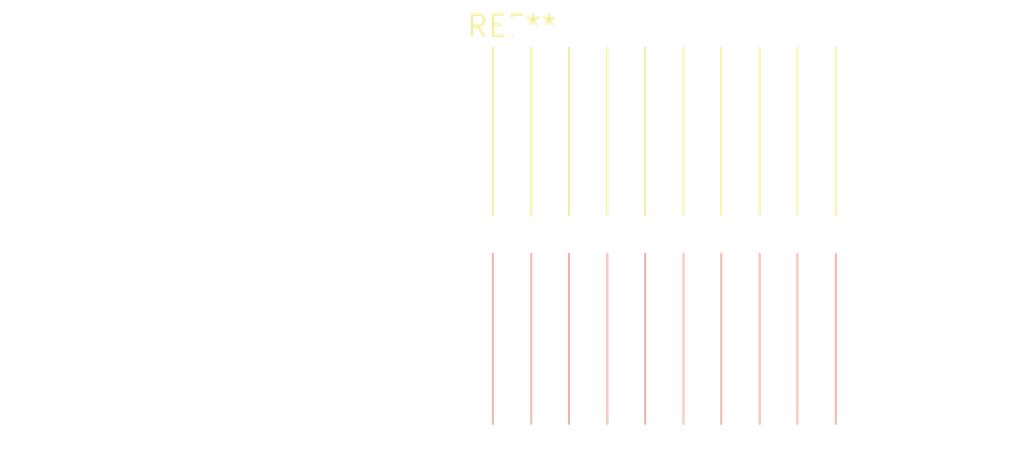
<source format=kicad_pcb>
(kicad_pcb (version 20240108) (generator pcbnew)
  (layers (0 "F.Cu" signal) (31 "B.Cu" signal) (34 "B.Paste" user) (35 "F.Paste" user) (36 "B.SilkS" user "B.Silkscreen") (37 "F.SilkS" user "F.Silkscreen") (38 "B.Mask" user) (39 "F.Mask" user) (44 "Edge.Cuts" user))
  (net 0 "")
  (footprint "SolderWire-0.5sqmm_1x05_P4.6mm_D0.9mm_OD2.1mm_Relief2x" (layer "F.Cu") (at 0 0)
    (property "Reference" "REF**")
    (property "Value" "SolderWire-0.5sqmm_1x05_P4.6mm_D0.9mm_OD2.1mm_Relief2x")
    (fp_line (start -1.16 13.76) (end -1.16 24.04) (layer "B.SilkS") (stroke (width 0.12)))
    (fp_line (start 1.16 13.76) (end 1.16 24.04) (layer "B.SilkS") (stroke (width 0.12)))
    (fp_line (start 3.44 13.76) (end 3.44 24.04) (layer "B.SilkS") (stroke (width 0.12)))
    (fp_line (start 5.76 13.76) (end 5.76 24.04) (layer "B.SilkS") (stroke (width 0.12)))
    (fp_line (start 8.04 13.76) (end 8.04 24.04) (layer "B.SilkS") (stroke (width 0.12)))
    (fp_line (start 10.36 13.76) (end 10.36 24.04) (layer "B.SilkS") (stroke (width 0.12)))
    (fp_line (start 12.64 13.76) (end 12.64 24.04) (layer "B.SilkS") (stroke (width 0.12)))
    (fp_line (start 14.96 13.76) (end 14.96 24.04) (layer "B.SilkS") (stroke (width 0.12)))
    (fp_line (start 17.24 13.76) (end 17.24 24.04) (layer "B.SilkS") (stroke (width 0.12)))
    (fp_line (start 19.56 13.76) (end 19.56 24.04) (layer "B.SilkS") (stroke (width 0.12)))
    (fp_line (start -1.16 1.31) (end -1.16 11.44) (layer "F.SilkS") (stroke (width 0.12)))
    (fp_line (start 1.16 1.31) (end 1.16 11.44) (layer "F.SilkS") (stroke (width 0.12)))
    (fp_line (start 3.44 1.31) (end 3.44 11.44) (layer "F.SilkS") (stroke (width 0.12)))
    (fp_line (start 5.76 1.31) (end 5.76 11.44) (layer "F.SilkS") (stroke (width 0.12)))
    (fp_line (start 8.04 1.31) (end 8.04 11.44) (layer "F.SilkS") (stroke (width 0.12)))
    (fp_line (start 10.36 1.31) (end 10.36 11.44) (layer "F.SilkS") (stroke (width 0.12)))
    (fp_line (start 12.64 1.31) (end 12.64 11.44) (layer "F.SilkS") (stroke (width 0.12)))
    (fp_line (start 14.96 1.31) (end 14.96 11.44) (layer "F.SilkS") (stroke (width 0.12)))
    (fp_line (start 17.24 1.31) (end 17.24 11.44) (layer "F.SilkS") (stroke (width 0.12)))
    (fp_line (start 19.56 1.31) (end 19.56 11.44) (layer "F.SilkS") (stroke (width 0.12)))
    (pad "" np_thru_hole circle (at 0 12.6) (size 2.6 2.6) (drill 2.6) (layers *.Cu *.Mask))
    (pad "" np_thru_hole circle (at 0 25.2) (size 2.6 2.6) (drill 2.6) (layers *.Cu *.Mask))
    (pad "" np_thru_hole circle (at 4.6 12.6) (size 2.6 2.6) (drill 2.6) (layers *.Cu *.Mask))
    (pad "" np_thru_hole circle (at 4.6 25.2) (size 2.6 2.6) (drill 2.6) (layers *.Cu *.Mask))
    (pad "" np_thru_hole circle (at 9.2 12.6) (size 2.6 2.6) (drill 2.6) (layers *.Cu *.Mask))
    (pad "" np_thru_hole circle (at 9.2 25.2) (size 2.6 2.6) (drill 2.6) (layers *.Cu *.Mask))
    (pad "" np_thru_hole circle (at 13.8 12.6) (size 2.6 2.6) (drill 2.6) (layers *.Cu *.Mask))
    (pad "" np_thru_hole circle (at 13.8 25.2) (size 2.6 2.6) (drill 2.6) (layers *.Cu *.Mask))
    (pad "" np_thru_hole circle (at 18.4 12.6) (size 2.6 2.6) (drill 2.6) (layers *.Cu *.Mask))
    (pad "" np_thru_hole circle (at 18.4 25.2) (size 2.6 2.6) (drill 2.6) (layers *.Cu *.Mask))
    (pad "1" thru_hole roundrect (at 0 0) (size 2.1 2.1) (drill 1.1) (layers *.Cu *.Mask) (remove_unused_layers) (roundrect_rratio 0.119048))
    (pad "2" thru_hole circle (at 4.6 0) (size 2.1 2.1) (drill 1.1) (layers *.Cu *.Mask) (remove_unused_layers))
    (pad "3" thru_hole circle (at 9.2 0) (size 2.1 2.1) (drill 1.1) (layers *.Cu *.Mask) (remove_unused_layers))
    (pad "4" thru_hole circle (at 13.8 0) (size 2.1 2.1) (drill 1.1) (layers *.Cu *.Mask) (remove_unused_layers))
    (pad "5" thru_hole circle (at 18.4 0) (size 2.1 2.1) (drill 1.1) (layers *.Cu *.Mask) (remove_unused_layers))
  )
)
</source>
